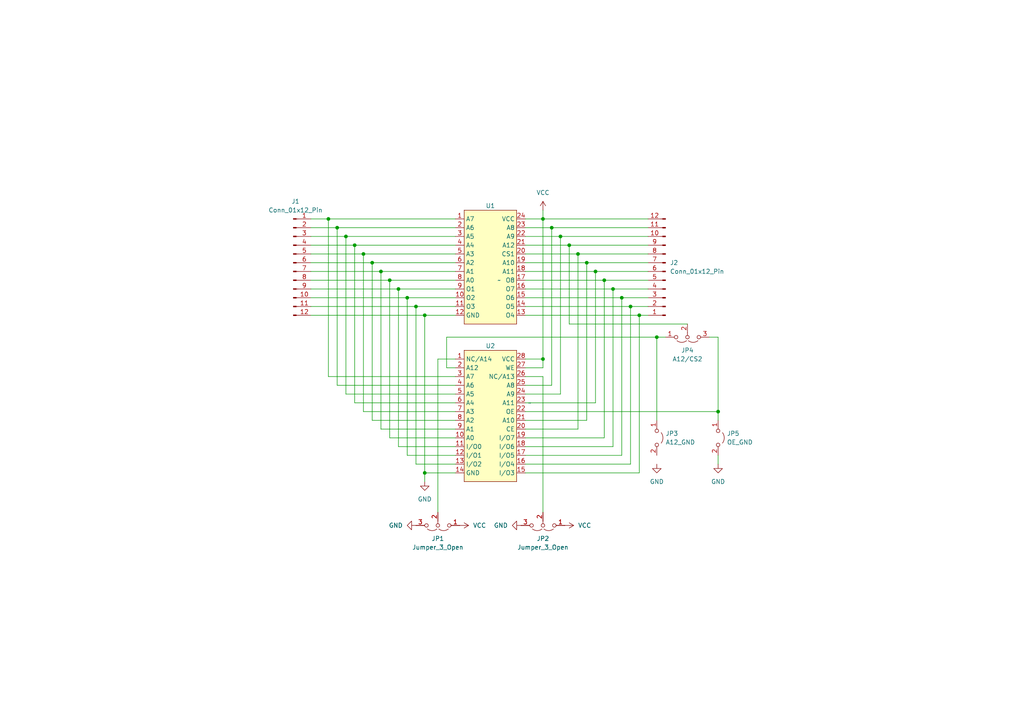
<source format=kicad_sch>
(kicad_sch (version 20230121) (generator eeschema)
  (paper "A4")
  (lib_symbols
    (symbol "Connector:Conn_01x12_Pin" (pin_names (offset 1.016) hide)
      (property "Reference" "J" (at 0 15.24 0))
      (property "Value" "Conn_01x12_Pin" (at 0 -17.78 0))
      (symbol "Conn_01x12_Pin_1_1"
        (polyline (pts (xy 1.27 -15.24) (xy 0.8636 -15.24)) (stroke (width 0.1524)))
        (polyline (pts (xy 1.27 -12.7) (xy 0.8636 -12.7)) (stroke (width 0.1524)))
        (polyline (pts (xy 1.27 -10.16) (xy 0.8636 -10.16)) (stroke (width 0.1524)))
        (polyline (pts (xy 1.27 -7.62) (xy 0.8636 -7.62)) (stroke (width 0.1524)))
        (polyline (pts (xy 1.27 -5.08) (xy 0.8636 -5.08)) (stroke (width 0.1524)))
        (polyline (pts (xy 1.27 -2.54) (xy 0.8636 -2.54)) (stroke (width 0.1524)))
        (polyline (pts (xy 1.27 0) (xy 0.8636 0)) (stroke (width 0.1524)))
        (polyline (pts (xy 1.27 2.54) (xy 0.8636 2.54)) (stroke (width 0.1524)))
        (polyline (pts (xy 1.27 5.08) (xy 0.8636 5.08)) (stroke (width 0.1524)))
        (polyline (pts (xy 1.27 7.62) (xy 0.8636 7.62)) (stroke (width 0.1524)))
        (polyline (pts (xy 1.27 10.16) (xy 0.8636 10.16)) (stroke (width 0.1524)))
        (polyline (pts (xy 1.27 12.7) (xy 0.8636 12.7)) (stroke (width 0.1524)))
        (rectangle (start 0.8636 -15.113) (end 0 -15.367) (stroke (width 0.1524)) (fill (type outline)))
        (rectangle (start 0.8636 -12.573) (end 0 -12.827) (stroke (width 0.1524)) (fill (type outline)))
        (rectangle (start 0.8636 -10.033) (end 0 -10.287) (stroke (width 0.1524)) (fill (type outline)))
        (rectangle (start 0.8636 -7.493) (end 0 -7.747) (stroke (width 0.1524)) (fill (type outline)))
        (rectangle (start 0.8636 -4.953) (end 0 -5.207) (stroke (width 0.1524)) (fill (type outline)))
        (rectangle (start 0.8636 -2.413) (end 0 -2.667) (stroke (width 0.1524)) (fill (type outline)))
        (rectangle (start 0.8636 0.127) (end 0 -0.127) (stroke (width 0.1524)) (fill (type outline)))
        (rectangle (start 0.8636 2.667) (end 0 2.413) (stroke (width 0.1524)) (fill (type outline)))
        (rectangle (start 0.8636 5.207) (end 0 4.953) (stroke (width 0.1524)) (fill (type outline)))
        (rectangle (start 0.8636 7.747) (end 0 7.493) (stroke (width 0.1524)) (fill (type outline)))
        (rectangle (start 0.8636 10.287) (end 0 10.033) (stroke (width 0.1524)) (fill (type outline)))
        (rectangle (start 0.8636 12.827) (end 0 12.573) (stroke (width 0.1524)) (fill (type outline)))
        (pin passive line (at 5.08 12.7 180) (length 3.81) (name "Pin_1") (number "1"))
        (pin passive line (at 5.08 -10.16 180) (length 3.81) (name "Pin_10") (number "10"))
        (pin passive line (at 5.08 -12.7 180) (length 3.81) (name "Pin_11") (number "11"))
        (pin passive line (at 5.08 -15.24 180) (length 3.81) (name "Pin_12") (number "12"))
        (pin passive line (at 5.08 10.16 180) (length 3.81) (name "Pin_2") (number "2"))
        (pin passive line (at 5.08 7.62 180) (length 3.81) (name "Pin_3") (number "3"))
        (pin passive line (at 5.08 5.08 180) (length 3.81) (name "Pin_4") (number "4"))
        (pin passive line (at 5.08 2.54 180) (length 3.81) (name "Pin_5") (number "5"))
        (pin passive line (at 5.08 0 180) (length 3.81) (name "Pin_6") (number "6"))
        (pin passive line (at 5.08 -2.54 180) (length 3.81) (name "Pin_7") (number "7"))
        (pin passive line (at 5.08 -5.08 180) (length 3.81) (name "Pin_8") (number "8"))
        (pin passive line (at 5.08 -7.62 180) (length 3.81) (name "Pin_9") (number "9"))
      )
    )
    (symbol "Jumper:Jumper_2_Open" (pin_names (offset 0) hide)
      (property "Reference" "JP" (at 0 2.794 0))
      (property "Value" "Jumper_2_Open" (at 0 -2.286 0))
      (symbol "Jumper_2_Open_0_0"
        (circle (center -2.032 0) (radius 0.508))
        (circle (center 2.032 0) (radius 0.508))
      )
      (symbol "Jumper_2_Open_0_1"
        (arc (start 1.524 1.27) (mid 0 1.778) (end -1.524 1.27))
      )
      (symbol "Jumper_2_Open_1_1"
        (pin passive line (at -5.08 0 0) (length 2.54) (name "A") (number "1"))
        (pin passive line (at 5.08 0 180) (length 2.54) (name "B") (number "2"))
      )
    )
    (symbol "Jumper:Jumper_3_Open" (pin_names (offset 0) hide)
      (property "Reference" "JP" (at -2.54 -2.54 0))
      (property "Value" "Jumper_3_Open" (at 0 2.794 0))
      (symbol "Jumper_3_Open_0_0"
        (circle (center -3.302 0) (radius 0.508))
        (circle (center 0 0) (radius 0.508))
        (circle (center 3.302 0) (radius 0.508))
      )
      (symbol "Jumper_3_Open_0_1"
        (arc (start -0.254 1.016) (mid -1.651 1.4992) (end -3.048 1.016))
        (polyline (pts (xy 0 -0.508) (xy 0 -1.27)))
        (arc (start 3.048 1.016) (mid 1.651 1.4992) (end 0.254 1.016))
      )
      (symbol "Jumper_3_Open_1_1"
        (pin passive line (at -6.35 0 0) (length 2.54) (name "A") (number "1"))
        (pin passive line (at 0 -3.81 90) (length 2.54) (name "C") (number "2"))
        (pin passive line (at 6.35 0 180) (length 2.54) (name "B") (number "3"))
      )
    )
    (symbol "eeproms:2364"
      (property "Reference" "U" (at 0 17.78 0))
      (symbol "2364_1_1"
        (rectangle (start -7.62 16.51) (end 7.62 -16.51) (fill (type background)))
        (pin input line (at -10.16 13.97 0) (length 2.54) (name "A7") (number "1"))
        (pin output line (at -10.16 -8.89 0) (length 2.54) (name "O2") (number "10"))
        (pin output line (at -10.16 -11.43 0) (length 2.54) (name "O3") (number "11"))
        (pin power_in line (at -10.16 -13.97 0) (length 2.54) (name "GND") (number "12"))
        (pin output line (at 10.16 -13.97 180) (length 2.54) (name "O4") (number "13"))
        (pin output line (at 10.16 -11.43 180) (length 2.54) (name "O5") (number "14"))
        (pin output line (at 10.16 -8.89 180) (length 2.54) (name "O6") (number "15"))
        (pin output line (at 10.16 -6.35 180) (length 2.54) (name "O7") (number "16"))
        (pin output line (at 10.16 -3.81 180) (length 2.54) (name "O8") (number "17"))
        (pin input line (at 10.16 -1.27 180) (length 2.54) (name "A11") (number "18"))
        (pin input line (at 10.16 1.27 180) (length 2.54) (name "A10") (number "19"))
        (pin input line (at -10.16 11.43 0) (length 2.54) (name "A6") (number "2"))
        (pin input line (at 10.16 3.81 180) (length 2.54) (name "CS1") (number "20"))
        (pin input line (at 10.16 6.35 180) (length 2.54) (name "A12") (number "21"))
        (pin input line (at 10.16 8.89 180) (length 2.54) (name "A9") (number "22"))
        (pin input line (at 10.16 11.43 180) (length 2.54) (name "A8") (number "23"))
        (pin power_in line (at 10.16 13.97 180) (length 2.54) (name "VCC") (number "24"))
        (pin input line (at -10.16 8.89 0) (length 2.54) (name "A5") (number "3"))
        (pin input line (at -10.16 6.35 0) (length 2.54) (name "A4") (number "4"))
        (pin input line (at -10.16 3.81 0) (length 2.54) (name "A3") (number "5"))
        (pin input line (at -10.16 1.27 0) (length 2.54) (name "A2") (number "6"))
        (pin input line (at -10.16 -1.27 0) (length 2.54) (name "A1") (number "7"))
        (pin input line (at -10.16 -3.81 0) (length 2.54) (name "A0") (number "8"))
        (pin output line (at -10.16 -6.35 0) (length 2.54) (name "O1") (number "9"))
      )
    )
    (symbol "eeproms:AT28C64B"
      (property "Reference" "U" (at 0 20.32 0))
      (symbol "AT28C64B_1_1"
        (rectangle (start -7.62 19.05) (end 7.62 -19.05) (fill (type background)))
        (pin input line (at -10.16 16.51 0) (length 2.54) (name "NC/A14") (number "1"))
        (pin input line (at -10.16 -6.35 0) (length 2.54) (name "A0") (number "10"))
        (pin output line (at -10.16 -8.89 0) (length 2.54) (name "I/O0") (number "11"))
        (pin output line (at -10.16 -11.43 0) (length 2.54) (name "I/O1") (number "12"))
        (pin output line (at -10.16 -13.97 0) (length 2.54) (name "I/O2") (number "13"))
        (pin power_in line (at -10.16 -16.51 0) (length 2.54) (name "GND") (number "14"))
        (pin output line (at 10.16 -16.51 180) (length 2.54) (name "I/O3") (number "15"))
        (pin output line (at 10.16 -13.97 180) (length 2.54) (name "I/O4") (number "16"))
        (pin output line (at 10.16 -11.43 180) (length 2.54) (name "I/O5") (number "17"))
        (pin output line (at 10.16 -8.89 180) (length 2.54) (name "I/O6") (number "18"))
        (pin output line (at 10.16 -6.35 180) (length 2.54) (name "I/O7") (number "19"))
        (pin input line (at -10.16 13.97 0) (length 2.54) (name "A12") (number "2"))
        (pin input line (at 10.16 -3.81 180) (length 2.54) (name "CE") (number "20"))
        (pin input line (at 10.16 -1.27 180) (length 2.54) (name "A10") (number "21"))
        (pin input line (at 10.16 1.27 180) (length 2.54) (name "OE") (number "22"))
        (pin input line (at 10.16 3.81 180) (length 2.54) (name "A11") (number "23"))
        (pin input line (at 10.16 6.35 180) (length 2.54) (name "A9") (number "24"))
        (pin input line (at 10.16 8.89 180) (length 2.54) (name "A8") (number "25"))
        (pin input line (at 10.16 11.43 180) (length 2.54) (name "NC/A13") (number "26"))
        (pin input line (at 10.16 13.97 180) (length 2.54) (name "WE") (number "27"))
        (pin power_in line (at 10.16 16.51 180) (length 2.54) (name "VCC") (number "28"))
        (pin input line (at -10.16 11.43 0) (length 2.54) (name "A7") (number "3"))
        (pin input line (at -10.16 8.89 0) (length 2.54) (name "A6") (number "4"))
        (pin input line (at -10.16 6.35 0) (length 2.54) (name "A5") (number "5"))
        (pin input line (at -10.16 3.81 0) (length 2.54) (name "A4") (number "6"))
        (pin input line (at -10.16 1.27 0) (length 2.54) (name "A3") (number "7"))
        (pin input line (at -10.16 -1.27 0) (length 2.54) (name "A2") (number "8"))
        (pin input line (at -10.16 -3.81 0) (length 2.54) (name "A1") (number "9"))
      )
    )
    (symbol "power:GND" (power) (pin_names (offset 0))
      (property "Value" "GND" (at 0 -3.81 0))
      (symbol "GND_0_1"
        (polyline (pts (xy 0 0) (xy 0 -1.27) (xy 1.27 -1.27) (xy 0 -2.54) (xy -1.27 -1.27) (xy 0 -1.27)))
      )
      (symbol "GND_1_1"
        (pin power_in line (at 0 0 270) (length 0) hide (name "GND") (number "1"))
      )
    )
    (symbol "power:VCC" (power) (pin_names (offset 0))
      (property "Value" "VCC" (at 0 3.81 0))
      (symbol "VCC_0_1"
        (polyline (pts (xy -0.762 1.27) (xy 0 2.54)))
        (polyline (pts (xy 0 0) (xy 0 2.54)))
        (polyline (pts (xy 0 2.54) (xy 0.762 1.27)))
      )
      (symbol "VCC_1_1"
        (pin power_in line (at 0 0 90) (length 0) hide (name "VCC") (number "1"))
      )
    )
  )
  (junction (at 160.02 66.04))
  (junction (at 170.18 76.2))
  (junction (at 180.34 86.36))
  (junction (at 182.88 88.9))
  (junction (at 123.19 137.16))
  (junction (at 172.72 78.74))
  (junction (at 107.95 76.2))
  (junction (at 120.65 88.9))
  (junction (at 185.42 91.44))
  (junction (at 118.11 86.36))
  (junction (at 167.64 73.66))
  (junction (at 162.56 68.58))
  (junction (at 97.79 66.04))
  (junction (at 165.1 71.12))
  (junction (at 190.5 97.79))
  (junction (at 110.49 78.74))
  (junction (at 102.87 71.12))
  (junction (at 157.48 63.5))
  (junction (at 208.28 119.38))
  (junction (at 175.26 81.28))
  (junction (at 113.03 81.28))
  (junction (at 105.41 73.66))
  (junction (at 177.8 83.82))
  (junction (at 100.33 68.58))
  (junction (at 95.25 63.5))
  (junction (at 157.48 104.14))
  (junction (at 123.19 91.44))
  (junction (at 115.57 83.82))
  (wire (pts (xy 123.19 91.44) (xy 123.19 137.16)))
  (wire (pts (xy 118.11 86.36) (xy 118.11 132.08)))
  (wire (pts (xy 110.49 124.46) (xy 132.08 124.46)))
  (wire (pts (xy 152.4 73.66) (xy 167.64 73.66)))
  (wire (pts (xy 167.64 124.46) (xy 152.4 124.46)))
  (wire (pts (xy 170.18 121.92) (xy 152.4 121.92)))
  (wire (pts (xy 208.28 97.79) (xy 208.28 119.38)))
  (wire (pts (xy 157.48 63.5) (xy 187.96 63.5)))
  (wire (pts (xy 132.08 73.66) (xy 105.41 73.66)))
  (wire (pts (xy 172.72 78.74) (xy 172.72 116.84)))
  (wire (pts (xy 90.17 81.28) (xy 113.03 81.28)))
  (wire (pts (xy 107.95 121.92) (xy 132.08 121.92)))
  (wire (pts (xy 152.4 86.36) (xy 180.34 86.36)))
  (wire (pts (xy 90.17 73.66) (xy 105.41 73.66)))
  (wire (pts (xy 182.88 134.62) (xy 152.4 134.62)))
  (wire (pts (xy 90.17 71.12) (xy 102.87 71.12)))
  (wire (pts (xy 172.72 78.74) (xy 187.96 78.74)))
  (wire (pts (xy 90.17 78.74) (xy 110.49 78.74)))
  (wire (pts (xy 100.33 68.58) (xy 100.33 114.3)))
  (wire (pts (xy 208.28 119.38) (xy 208.28 121.92)))
  (wire (pts (xy 170.18 76.2) (xy 187.96 76.2)))
  (wire (pts (xy 132.08 81.28) (xy 113.03 81.28)))
  (wire (pts (xy 160.02 66.04) (xy 160.02 111.76)))
  (wire (pts (xy 165.1 71.12) (xy 165.1 93.98)))
  (wire (pts (xy 123.19 137.16) (xy 132.08 137.16)))
  (wire (pts (xy 182.88 88.9) (xy 187.96 88.9)))
  (wire (pts (xy 180.34 132.08) (xy 152.4 132.08)))
  (wire (pts (xy 152.4 71.12) (xy 165.1 71.12)))
  (wire (pts (xy 129.54 97.79) (xy 129.54 106.68)))
  (wire (pts (xy 172.72 116.84) (xy 152.4 116.84)))
  (wire (pts (xy 102.87 71.12) (xy 102.87 116.84)))
  (wire (pts (xy 152.4 83.82) (xy 177.8 83.82)))
  (wire (pts (xy 185.42 137.16) (xy 185.42 91.44)))
  (wire (pts (xy 182.88 88.9) (xy 182.88 134.62)))
  (wire (pts (xy 132.08 104.14) (xy 127 104.14)))
  (wire (pts (xy 152.4 78.74) (xy 172.72 78.74)))
  (wire (pts (xy 157.48 60.96) (xy 157.48 63.5)))
  (wire (pts (xy 118.11 132.08) (xy 132.08 132.08)))
  (wire (pts (xy 152.4 68.58) (xy 162.56 68.58)))
  (wire (pts (xy 113.03 81.28) (xy 113.03 127)))
  (wire (pts (xy 95.25 63.5) (xy 132.08 63.5)))
  (wire (pts (xy 90.17 86.36) (xy 118.11 86.36)))
  (wire (pts (xy 90.17 88.9) (xy 120.65 88.9)))
  (wire (pts (xy 165.1 93.98) (xy 199.39 93.98)))
  (wire (pts (xy 115.57 83.82) (xy 115.57 129.54)))
  (wire (pts (xy 129.54 97.79) (xy 190.5 97.79)))
  (wire (pts (xy 160.02 66.04) (xy 187.96 66.04)))
  (wire (pts (xy 162.56 114.3) (xy 152.4 114.3)))
  (wire (pts (xy 105.41 73.66) (xy 105.41 119.38)))
  (wire (pts (xy 152.4 111.76) (xy 160.02 111.76)))
  (wire (pts (xy 95.25 109.22) (xy 132.08 109.22)))
  (wire (pts (xy 162.56 68.58) (xy 162.56 114.3)))
  (wire (pts (xy 90.17 66.04) (xy 97.79 66.04)))
  (wire (pts (xy 132.08 86.36) (xy 118.11 86.36)))
  (wire (pts (xy 185.42 91.44) (xy 187.96 91.44)))
  (wire (pts (xy 127 104.14) (xy 127 148.59)))
  (wire (pts (xy 157.48 104.14) (xy 157.48 63.5)))
  (wire (pts (xy 115.57 129.54) (xy 132.08 129.54)))
  (wire (pts (xy 205.74 97.79) (xy 208.28 97.79)))
  (wire (pts (xy 208.28 132.08) (xy 208.28 134.62)))
  (wire (pts (xy 90.17 68.58) (xy 100.33 68.58)))
  (wire (pts (xy 152.4 119.38) (xy 208.28 119.38)))
  (wire (pts (xy 177.8 129.54) (xy 152.4 129.54)))
  (wire (pts (xy 152.4 91.44) (xy 185.42 91.44)))
  (wire (pts (xy 152.4 106.68) (xy 157.48 106.68)))
  (wire (pts (xy 107.95 76.2) (xy 107.95 121.92)))
  (wire (pts (xy 90.17 91.44) (xy 123.19 91.44)))
  (wire (pts (xy 180.34 86.36) (xy 180.34 132.08)))
  (wire (pts (xy 100.33 114.3) (xy 132.08 114.3)))
  (wire (pts (xy 132.08 71.12) (xy 102.87 71.12)))
  (wire (pts (xy 113.03 127) (xy 132.08 127)))
  (wire (pts (xy 152.4 104.14) (xy 157.48 104.14)))
  (wire (pts (xy 152.4 137.16) (xy 185.42 137.16)))
  (wire (pts (xy 152.4 81.28) (xy 175.26 81.28)))
  (wire (pts (xy 157.48 106.68) (xy 157.48 104.14)))
  (wire (pts (xy 97.79 111.76) (xy 132.08 111.76)))
  (wire (pts (xy 90.17 83.82) (xy 115.57 83.82)))
  (wire (pts (xy 175.26 81.28) (xy 187.96 81.28)))
  (wire (pts (xy 132.08 76.2) (xy 107.95 76.2)))
  (wire (pts (xy 102.87 116.84) (xy 132.08 116.84)))
  (wire (pts (xy 132.08 68.58) (xy 100.33 68.58)))
  (wire (pts (xy 152.4 66.04) (xy 160.02 66.04)))
  (wire (pts (xy 132.08 91.44) (xy 123.19 91.44)))
  (wire (pts (xy 152.4 63.5) (xy 157.48 63.5)))
  (wire (pts (xy 167.64 73.66) (xy 187.96 73.66)))
  (wire (pts (xy 97.79 66.04) (xy 97.79 111.76)))
  (wire (pts (xy 120.65 134.62) (xy 132.08 134.62)))
  (wire (pts (xy 190.5 97.79) (xy 190.5 121.92)))
  (wire (pts (xy 90.17 63.5) (xy 95.25 63.5)))
  (wire (pts (xy 177.8 83.82) (xy 177.8 129.54)))
  (wire (pts (xy 177.8 83.82) (xy 187.96 83.82)))
  (wire (pts (xy 90.17 76.2) (xy 107.95 76.2)))
  (wire (pts (xy 152.4 109.22) (xy 157.48 109.22)))
  (wire (pts (xy 132.08 78.74) (xy 110.49 78.74)))
  (wire (pts (xy 187.96 86.36) (xy 180.34 86.36)))
  (wire (pts (xy 95.25 63.5) (xy 95.25 109.22)))
  (wire (pts (xy 132.08 66.04) (xy 97.79 66.04)))
  (wire (pts (xy 157.48 109.22) (xy 157.48 148.59)))
  (wire (pts (xy 105.41 119.38) (xy 132.08 119.38)))
  (wire (pts (xy 123.19 137.16) (xy 123.19 139.7)))
  (wire (pts (xy 165.1 71.12) (xy 187.96 71.12)))
  (wire (pts (xy 167.64 73.66) (xy 167.64 124.46)))
  (wire (pts (xy 162.56 68.58) (xy 187.96 68.58)))
  (wire (pts (xy 152.4 76.2) (xy 170.18 76.2)))
  (wire (pts (xy 152.4 88.9) (xy 182.88 88.9)))
  (wire (pts (xy 129.54 106.68) (xy 132.08 106.68)))
  (wire (pts (xy 120.65 88.9) (xy 120.65 134.62)))
  (wire (pts (xy 190.5 97.79) (xy 193.04 97.79)))
  (wire (pts (xy 132.08 88.9) (xy 120.65 88.9)))
  (wire (pts (xy 110.49 78.74) (xy 110.49 124.46)))
  (wire (pts (xy 175.26 81.28) (xy 175.26 127)))
  (wire (pts (xy 170.18 76.2) (xy 170.18 121.92)))
  (wire (pts (xy 175.26 127) (xy 152.4 127)))
  (wire (pts (xy 132.08 83.82) (xy 115.57 83.82)))
  (symbol (lib_id "power:GND") (at 123.19 139.7 0) (unit 1)
    (property "Reference" "#PWR01" (effects hide))
    (property "Value" "GND" (at 123.19 144.78 0))
  )
  (symbol (lib_id "power:VCC") (at 133.35 152.4 270) (unit 1)
    (property "Reference" "#PWR05" (effects hide))
    (property "Value" "VCC" (at 137.16 152.4 90) (effects (justify left)))
  )
  (symbol (lib_id "Jumper:Jumper_3_Open") (at 157.48 152.4 180) (unit 1)
    (property "Reference" "JP2" (at 157.48 156.21 0))
    (property "Value" "Jumper_3_Open" (at 157.48 158.75 0))
    (property "Footprint" "Jumper:SolderJumper-3_P1.3mm_Open_RoundedPad1.0x1.5mm" (effects hide))
  )
  (symbol (lib_id "power:VCC") (at 157.48 60.96 0) (unit 1)
    (property "Reference" "#PWR02" (effects hide))
    (property "Value" "VCC" (at 157.48 55.88 0))
  )
  (symbol (lib_id "Jumper:Jumper_2_Open") (at 208.28 127 270) (unit 1)
    (property "Reference" "JP5" (at 210.82 125.73 90) (effects (justify left)))
    (property "Value" "OE_GND" (at 210.82 128.27 90) (effects (justify left)))
    (property "Footprint" "Jumper:SolderJumper-2_P1.3mm_Open_RoundedPad1.0x1.5mm" (effects hide))
  )
  (symbol (lib_id "eeproms:2364") (at 142.24 77.47 0) (unit 1)
    (property "Reference" "U1" (at 142.24 59.69 0))
    (property "Value" "~" (at 144.78 81.28 0))
  )
  (symbol (lib_id "power:GND") (at 208.28 134.62 0) (unit 1)
    (property "Reference" "#PWR03" (effects hide))
    (property "Value" "GND" (at 208.28 139.7 0))
  )
  (symbol (lib_id "power:GND") (at 120.65 152.4 270) (unit 1)
    (property "Reference" "#PWR04" (effects hide))
    (property "Value" "GND" (at 116.84 152.4 90) (effects (justify right)))
  )
  (symbol (lib_id "Jumper:Jumper_2_Open") (at 190.5 127 270) (unit 1)
    (property "Reference" "JP3" (at 193.04 125.73 90) (effects (justify left)))
    (property "Value" "A12_GND" (at 193.04 128.27 90) (effects (justify left)))
    (property "Footprint" "Jumper:SolderJumper-2_P1.3mm_Open_RoundedPad1.0x1.5mm" (effects hide))
  )
  (symbol (lib_id "power:VCC") (at 163.83 152.4 270) (unit 1)
    (property "Reference" "#PWR06" (effects hide))
    (property "Value" "VCC" (at 167.64 152.4 90) (effects (justify left)))
  )
  (symbol (lib_id "power:GND") (at 151.13 152.4 270) (unit 1)
    (property "Reference" "#PWR07" (effects hide))
    (property "Value" "GND" (at 147.32 152.4 90) (effects (justify right)))
  )
  (symbol (lib_id "Connector:Conn_01x12_Pin") (at 193.04 78.74 180) (unit 1)
    (property "Reference" "J2" (at 194.31 76.2 0) (effects (justify right)))
    (property "Value" "Conn_01x12_Pin" (at 194.31 78.74 0) (effects (justify right)))
    (property "Footprint" "Connector_PinHeader_2.54mm:PinHeader_1x12_P2.54mm_Vertical_SMD_Pin1Right" (effects hide))
  )
  (symbol (lib_id "Connector:Conn_01x12_Pin") (at 85.09 76.2 0) (unit 1)
    (property "Reference" "J1" (at 85.725 58.42 0))
    (property "Value" "Conn_01x12_Pin" (at 85.725 60.96 0))
    (property "Footprint" "Connector_PinHeader_2.54mm:PinHeader_1x12_P2.54mm_Vertical_SMD_Pin1Right" (effects hide))
  )
  (symbol (lib_id "power:GND") (at 190.5 134.62 0) (unit 1)
    (property "Reference" "#PWR08" (effects hide))
    (property "Value" "GND" (at 190.5 139.7 0))
  )
  (symbol (lib_id "Jumper:Jumper_3_Open") (at 127 152.4 180) (unit 1)
    (property "Reference" "JP1" (at 127 156.21 0))
    (property "Value" "Jumper_3_Open" (at 127 158.75 0))
    (property "Footprint" "Jumper:SolderJumper-3_P1.3mm_Open_RoundedPad1.0x1.5mm" (effects hide))
  )
  (symbol (lib_id "Jumper:Jumper_3_Open") (at 199.39 97.79 0) (mirror x) (unit 1)
    (property "Reference" "JP4" (at 199.39 101.6 0))
    (property "Value" "A12/CS2" (at 199.39 104.14 0))
    (property "Footprint" "Jumper:SolderJumper-3_P1.3mm_Open_RoundedPad1.0x1.5mm" (effects hide))
  )
  (symbol (lib_id "eeproms:AT28C64B") (at 142.24 120.65 0) (unit 1)
    (property "Reference" "U2" (at 142.24 100.33 0))
    (property "Value" "~" (at 153.67 116.84 0))
    (property "Footprint" "Package_DIP:DIP-28_W16.51mm_SMDSocket_LongPads" (effects hide))
  )
)
</source>
